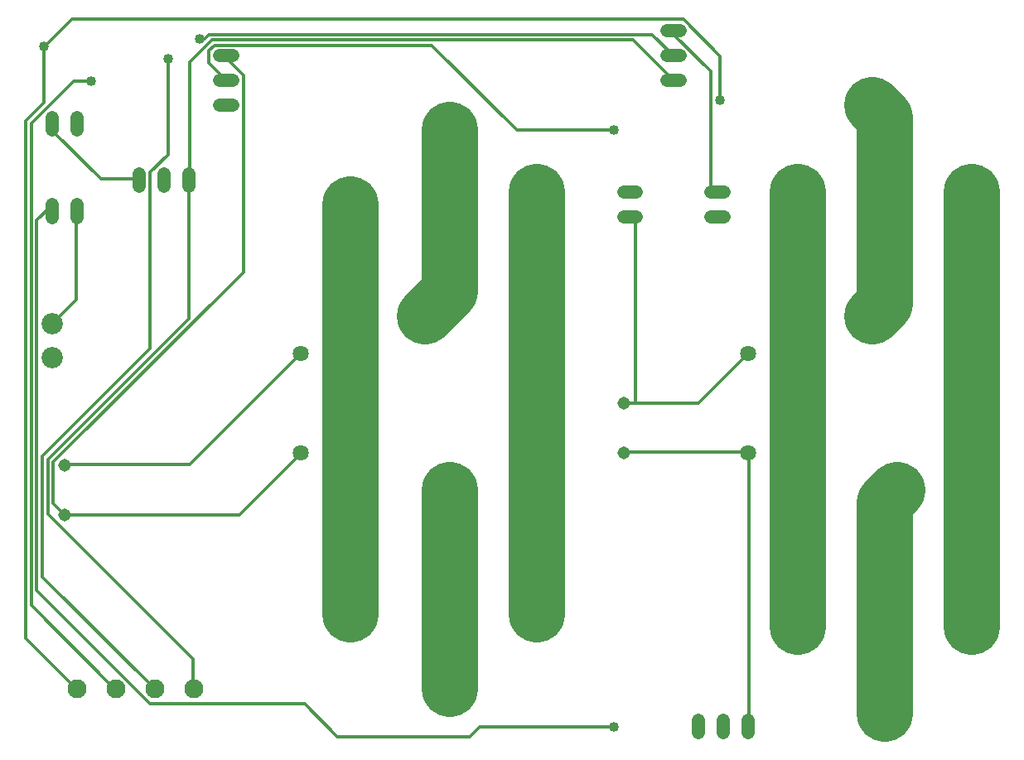
<source format=gbl>
G75*
%MOIN*%
%OFA0B0*%
%FSLAX24Y24*%
%IPPOS*%
%LPD*%
%AMOC8*
5,1,8,0,0,1.08239X$1,22.5*
%
%ADD10C,0.0765*%
%ADD11C,0.0860*%
%ADD12C,0.0520*%
%ADD13C,0.2250*%
%ADD14C,0.0645*%
%ADD15C,0.0515*%
%ADD16C,0.0120*%
%ADD17C,0.0400*%
%ADD18C,0.2250*%
D10*
X004180Y005180D03*
X005740Y005180D03*
X007300Y005180D03*
X008860Y005180D03*
D11*
X003180Y018511D03*
X003180Y019889D03*
D12*
X003180Y024160D02*
X003180Y024680D01*
X004180Y024680D02*
X004180Y024160D01*
X006680Y025420D02*
X006680Y025940D01*
X007680Y025940D02*
X007680Y025420D01*
X008680Y025420D02*
X008680Y025940D01*
X009920Y028680D02*
X010440Y028680D01*
X010440Y029680D02*
X009920Y029680D01*
X009920Y030680D02*
X010440Y030680D01*
X004180Y028200D02*
X004180Y027680D01*
X003180Y027680D02*
X003180Y028200D01*
X026160Y025180D02*
X026680Y025180D01*
X026680Y024180D02*
X026160Y024180D01*
X029680Y024180D02*
X030200Y024180D01*
X030200Y025180D02*
X029680Y025180D01*
X028440Y029680D02*
X027920Y029680D01*
X027920Y030680D02*
X028440Y030680D01*
X028440Y031680D02*
X027920Y031680D01*
X029180Y003940D02*
X029180Y003420D01*
X030180Y003420D02*
X030180Y003940D01*
X031180Y003940D02*
X031180Y003420D01*
D13*
X033180Y007680D03*
X036680Y004180D03*
X040180Y007680D03*
X037180Y013180D03*
X036180Y020180D03*
X033180Y025180D03*
X036180Y028680D03*
X040180Y025180D03*
X022680Y025180D03*
X019180Y027680D03*
X015180Y024680D03*
X018180Y020180D03*
X019180Y013180D03*
X022680Y008180D03*
X019180Y005180D03*
X015180Y008180D03*
D14*
X013180Y014680D03*
X013180Y018680D03*
X031180Y018680D03*
X031180Y014680D03*
D15*
X026180Y014680D03*
X026180Y016680D03*
X003680Y014180D03*
X003680Y012180D03*
D16*
X004150Y005195D02*
X004180Y005180D01*
X004150Y005195D02*
X002115Y007230D01*
X002115Y028075D01*
X002830Y028790D01*
X002830Y031045D01*
X002885Y031045D01*
X003985Y032145D01*
X028570Y032145D01*
X030055Y030660D01*
X030055Y028900D01*
X029670Y030055D02*
X029670Y025215D01*
X029680Y025180D01*
X026680Y024180D02*
X026645Y024170D01*
X026645Y016690D01*
X026205Y016690D01*
X026180Y016680D01*
X026645Y016690D02*
X029175Y016690D01*
X031155Y018670D01*
X031180Y018680D01*
X031155Y014710D02*
X026205Y014710D01*
X026180Y014680D01*
X031155Y014710D02*
X031180Y014680D01*
X031210Y014655D01*
X031210Y003710D01*
X031180Y003680D01*
X025765Y003655D02*
X020375Y003655D01*
X019990Y003270D01*
X014655Y003270D01*
X013335Y004590D01*
X007120Y004590D01*
X002555Y009155D01*
X002555Y024060D01*
X003160Y024665D01*
X003180Y024680D01*
X004150Y024665D02*
X004180Y024680D01*
X004150Y024665D02*
X004150Y020870D01*
X003215Y019935D01*
X003180Y019889D01*
X007120Y018890D02*
X002775Y014545D01*
X002775Y009705D01*
X007300Y005180D01*
X008825Y005195D02*
X008825Y006405D01*
X002995Y012235D01*
X002995Y014435D01*
X008660Y020100D01*
X008660Y025655D01*
X008680Y025680D01*
X008715Y025710D01*
X008715Y030440D01*
X009595Y031320D01*
X026535Y031320D01*
X028130Y029725D01*
X028180Y029680D01*
X028180Y030680D02*
X028130Y030715D01*
X027305Y031540D01*
X009485Y031540D01*
X009320Y031375D01*
X009100Y031375D01*
X009485Y030880D02*
X009485Y030385D01*
X010145Y029725D01*
X010180Y029680D01*
X010860Y029890D02*
X010860Y021970D01*
X003215Y014325D01*
X003215Y012675D01*
X003655Y012235D01*
X003680Y012180D01*
X010695Y012180D01*
X013170Y014655D01*
X013180Y014680D01*
X013180Y018680D02*
X008715Y014215D01*
X003710Y014215D01*
X003680Y014180D01*
X007120Y018890D02*
X007120Y025985D01*
X007835Y026700D01*
X007835Y030550D01*
X009485Y030880D02*
X009705Y031100D01*
X018450Y031100D01*
X021860Y027690D01*
X025765Y027690D01*
X028185Y031540D02*
X029670Y030055D01*
X028185Y031540D02*
X028185Y031650D01*
X028180Y031680D01*
X010860Y029890D02*
X010200Y030550D01*
X010200Y030660D01*
X010180Y030680D01*
X004755Y029670D02*
X004040Y029670D01*
X002335Y027965D01*
X002335Y008550D01*
X005690Y005195D01*
X005740Y005180D01*
X008825Y005195D02*
X008860Y005180D01*
X006680Y025680D02*
X006680Y025710D01*
X005140Y025710D01*
X003215Y027635D01*
X003180Y027680D01*
D17*
X004755Y029670D03*
X002830Y031045D03*
X007835Y030550D03*
X009100Y031375D03*
X025765Y027690D03*
X030055Y028900D03*
X025765Y003655D03*
D18*
X022680Y008180D02*
X022680Y025180D01*
X019180Y027680D02*
X019180Y021180D01*
X018180Y020180D01*
X015180Y024680D02*
X015180Y008180D01*
X019180Y005180D02*
X019180Y013180D01*
X033180Y007680D02*
X033180Y025180D01*
X036680Y028180D02*
X036680Y020680D01*
X036180Y020180D01*
X040180Y025180D02*
X040180Y007680D01*
X036680Y004180D02*
X036680Y012680D01*
X037180Y013180D01*
X036680Y028180D02*
X036180Y028680D01*
M02*

</source>
